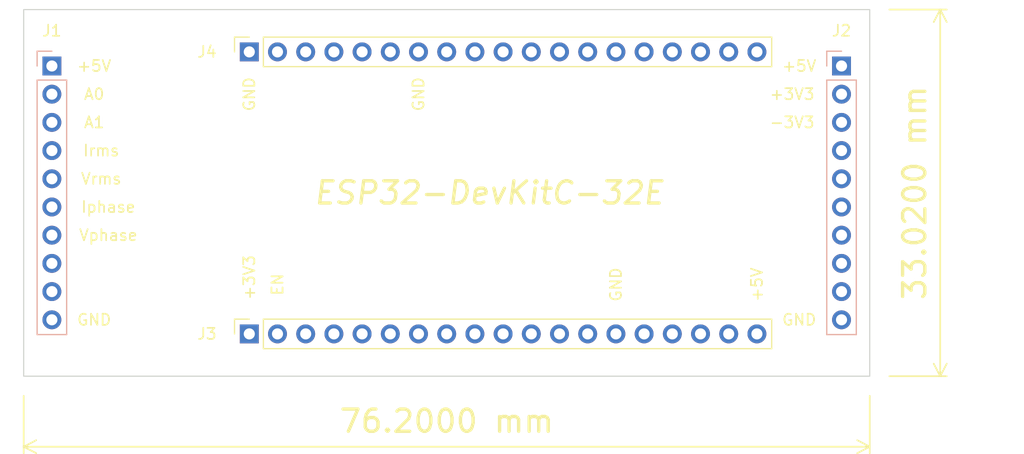
<source format=kicad_pcb>
(kicad_pcb (version 20211014) (generator pcbnew)
  (layers (0 "F.Cu" signal) (31 "B.Cu" signal) (34 "B.Paste" user) (35 "F.Paste" user) (36 "B.SilkS" user "B.Silkscreen") (37 "F.SilkS" user "F.Silkscreen") (38 "B.Mask" user) (39 "F.Mask" user) (44 "Edge.Cuts" user))
  (net 0 "")
  (net 1 "+5V")
  (net 2 "A0")
  (net 3 "A1")
  (net 4 "Irms")
  (net 5 "Vrms")
  (net 6 "Iphase")
  (net 7 "Vphase")
  (net 10 "GND")
  (net 11 "+3V3")
  (net 12 "-3V3")
  (footprint "Connector_PinSocket_2.54mm:PinSocket_1x19_P2.54mm_Vertical" (layer "F.Cu") (at 121.92 115.57 90)
    (fp_text reference "J3" (at 0 -3.81 180) (layer "F.SilkS"))
    (fp_text value "Conn_01x19")
    (fp_line (start -1.33 47.05) (end 1.33 47.05) (layer "F.SilkS") (width 0.12))
    (fp_line (start -1.33 1.27) (end -1.33 47.05) (layer "F.SilkS") (width 0.12))
    (fp_line (start -1.33 1.27) (end 1.33 1.27) (layer "F.SilkS") (width 0.12))
    (fp_line (start 0 -1.33) (end 1.33 -1.33) (layer "F.SilkS") (width 0.12))
    (fp_line (start 1.33 -1.33) (end 1.33 0) (layer "F.SilkS") (width 0.12))
    (fp_line (start 1.33 1.27) (end 1.33 47.05) (layer "F.SilkS") (width 0.12))
    (pad "1" thru_hole rect (at 0 0 90) (size 1.7 1.7) (drill 1) (layers *.Cu *.Mask))
    (pad "2" thru_hole oval (at 0 2.54 90) (size 1.7 1.7) (drill 1) (layers *.Cu *.Mask))
    (pad "3" thru_hole oval (at 0 5.08 90) (size 1.7 1.7) (drill 1) (layers *.Cu *.Mask))
    (pad "4" thru_hole oval (at 0 7.62 90) (size 1.7 1.7) (drill 1) (layers *.Cu *.Mask))
    (pad "5" thru_hole oval (at 0 10.16 90) (size 1.7 1.7) (drill 1) (layers *.Cu *.Mask))
    (pad "6" thru_hole oval (at 0 12.7 90) (size 1.7 1.7) (drill 1) (layers *.Cu *.Mask))
    (pad "7" thru_hole oval (at 0 15.24 90) (size 1.7 1.7) (drill 1) (layers *.Cu *.Mask))
    (pad "8" thru_hole oval (at 0 17.78 90) (size 1.7 1.7) (drill 1) (layers *.Cu *.Mask))
    (pad "9" thru_hole oval (at 0 20.32 90) (size 1.7 1.7) (drill 1) (layers *.Cu *.Mask))
    (pad "10" thru_hole oval (at 0 22.86 90) (size 1.7 1.7) (drill 1) (layers *.Cu *.Mask))
    (pad "11" thru_hole oval (at 0 25.4 90) (size 1.7 1.7) (drill 1) (layers *.Cu *.Mask))
    (pad "12" thru_hole oval (at 0 27.94 90) (size 1.7 1.7) (drill 1) (layers *.Cu *.Mask))
    (pad "13" thru_hole oval (at 0 30.48 90) (size 1.7 1.7) (drill 1) (layers *.Cu *.Mask))
    (pad "14" thru_hole oval (at 0 33.02 90) (size 1.7 1.7) (drill 1) (layers *.Cu *.Mask))
    (pad "15" thru_hole oval (at 0 35.56 90) (size 1.7 1.7) (drill 1) (layers *.Cu *.Mask))
    (pad "16" thru_hole oval (at 0 38.1 90) (size 1.7 1.7) (drill 1) (layers *.Cu *.Mask))
    (pad "17" thru_hole oval (at 0 40.64 90) (size 1.7 1.7) (drill 1) (layers *.Cu *.Mask))
    (pad "18" thru_hole oval (at 0 43.18 90) (size 1.7 1.7) (drill 1) (layers *.Cu *.Mask))
    (pad "19" thru_hole oval (at 0 45.72 90) (size 1.7 1.7) (drill 1) (layers *.Cu *.Mask))
  )
  (footprint "Connector_PinSocket_2.54mm:PinSocket_1x19_P2.54mm_Vertical" (layer "F.Cu") (at 121.92 90.17 90)
    (fp_text reference "J4" (at 0 -3.81 180) (layer "F.SilkS"))
    (fp_text value "Conn_01x19")
    (fp_line (start -1.33 47.05) (end 1.33 47.05) (layer "F.SilkS") (width 0.12))
    (fp_line (start 0 -1.33) (end 1.33 -1.33) (layer "F.SilkS") (width 0.12))
    (fp_line (start 1.33 -1.33) (end 1.33 0) (layer "F.SilkS") (width 0.12))
    (fp_line (start 1.33 1.27) (end 1.33 47.05) (layer "F.SilkS") (width 0.12))
    (fp_line (start -1.33 1.27) (end 1.33 1.27) (layer "F.SilkS") (width 0.12))
    (fp_line (start -1.33 1.27) (end -1.33 47.05) (layer "F.SilkS") (width 0.12))
    (pad "1" thru_hole rect (at 0 0 90) (size 1.7 1.7) (drill 1) (layers *.Cu *.Mask))
    (pad "2" thru_hole oval (at 0 2.54 90) (size 1.7 1.7) (drill 1) (layers *.Cu *.Mask))
    (pad "3" thru_hole oval (at 0 5.08 90) (size 1.7 1.7) (drill 1) (layers *.Cu *.Mask))
    (pad "4" thru_hole oval (at 0 7.62 90) (size 1.7 1.7) (drill 1) (layers *.Cu *.Mask))
    (pad "5" thru_hole oval (at 0 10.16 90) (size 1.7 1.7) (drill 1) (layers *.Cu *.Mask))
    (pad "6" thru_hole oval (at 0 12.7 90) (size 1.7 1.7) (drill 1) (layers *.Cu *.Mask))
    (pad "7" thru_hole oval (at 0 15.24 90) (size 1.7 1.7) (drill 1) (layers *.Cu *.Mask))
    (pad "8" thru_hole oval (at 0 17.78 90) (size 1.7 1.7) (drill 1) (layers *.Cu *.Mask))
    (pad "9" thru_hole oval (at 0 20.32 90) (size 1.7 1.7) (drill 1) (layers *.Cu *.Mask))
    (pad "10" thru_hole oval (at 0 22.86 90) (size 1.7 1.7) (drill 1) (layers *.Cu *.Mask))
    (pad "11" thru_hole oval (at 0 25.4 90) (size 1.7 1.7) (drill 1) (layers *.Cu *.Mask))
    (pad "12" thru_hole oval (at 0 27.94 90) (size 1.7 1.7) (drill 1) (layers *.Cu *.Mask))
    (pad "13" thru_hole oval (at 0 30.48 90) (size 1.7 1.7) (drill 1) (layers *.Cu *.Mask))
    (pad "14" thru_hole oval (at 0 33.02 90) (size 1.7 1.7) (drill 1) (layers *.Cu *.Mask))
    (pad "15" thru_hole oval (at 0 35.56 90) (size 1.7 1.7) (drill 1) (layers *.Cu *.Mask))
    (pad "16" thru_hole oval (at 0 38.1 90) (size 1.7 1.7) (drill 1) (layers *.Cu *.Mask))
    (pad "17" thru_hole oval (at 0 40.64 90) (size 1.7 1.7) (drill 1) (layers *.Cu *.Mask))
    (pad "18" thru_hole oval (at 0 43.18 90) (size 1.7 1.7) (drill 1) (layers *.Cu *.Mask))
    (pad "19" thru_hole oval (at 0 45.72 90) (size 1.7 1.7) (drill 1) (layers *.Cu *.Mask))
  )
  (footprint "Connector_PinSocket_2.54mm:PinSocket_1x10_P2.54mm_Vertical" (layer "B.Cu") (at 175.26 91.44 180)
    (fp_text reference "J2" (at 0 3.175) (layer "F.SilkS"))
    (fp_text value "Conn_01x10")
    (fp_line (start -1.33 -24.19) (end 1.33 -24.19) (layer "B.SilkS") (width 0.12))
    (fp_line (start 1.33 1.33) (end 1.33 0) (layer "B.SilkS") (width 0.12))
    (fp_line (start -1.33 -1.27) (end 1.33 -1.27) (layer "B.SilkS") (width 0.12))
    (fp_line (start 1.33 -1.27) (end 1.33 -24.19) (layer "B.SilkS") (width 0.12))
    (fp_line (start 0 1.33) (end 1.33 1.33) (layer "B.SilkS") (width 0.12))
    (fp_line (start -1.33 -1.27) (end -1.33 -24.19) (layer "B.SilkS") (width 0.12))
    (pad "1" thru_hole rect (at 0 0 180) (size 1.7 1.7) (drill 1) (layers *.Cu *.Mask) (net 1 "+5V"))
    (pad "2" thru_hole oval (at 0 -2.54 180) (size 1.7 1.7) (drill 1) (layers *.Cu *.Mask) (net 11 "+3V3"))
    (pad "3" thru_hole oval (at 0 -5.08 180) (size 1.7 1.7) (drill 1) (layers *.Cu *.Mask) (net 12 "-3V3"))
    (pad "4" thru_hole oval (at 0 -7.62 180) (size 1.7 1.7) (drill 1) (layers *.Cu *.Mask))
    (pad "5" thru_hole oval (at 0 -10.16 180) (size 1.7 1.7) (drill 1) (layers *.Cu *.Mask))
    (pad "6" thru_hole oval (at 0 -12.7 180) (size 1.7 1.7) (drill 1) (layers *.Cu *.Mask))
    (pad "7" thru_hole oval (at 0 -15.24 180) (size 1.7 1.7) (drill 1) (layers *.Cu *.Mask))
    (pad "8" thru_hole oval (at 0 -17.78 180) (size 1.7 1.7) (drill 1) (layers *.Cu *.Mask))
    (pad "9" thru_hole oval (at 0 -20.32 180) (size 1.7 1.7) (drill 1) (layers *.Cu *.Mask))
    (pad "10" thru_hole oval (at 0 -22.86 180) (size 1.7 1.7) (drill 1) (layers *.Cu *.Mask) (net 10 "GND"))
  )
  (footprint "Connector_PinSocket_2.54mm:PinSocket_1x10_P2.54mm_Vertical" (layer "B.Cu") (at 104.14 91.44 180)
    (fp_text reference "J1" (at 0 3.175) (layer "F.SilkS"))
    (fp_text value "Conn_01x10")
    (fp_line (start 0 1.33) (end 1.33 1.33) (layer "B.SilkS") (width 0.12))
    (fp_line (start 1.33 1.33) (end 1.33 0) (layer "B.SilkS") (width 0.12))
    (fp_line (start -1.33 -24.19) (end 1.33 -24.19) (layer "B.SilkS") (width 0.12))
    (fp_line (start 1.33 -1.27) (end 1.33 -24.19) (layer "B.SilkS") (width 0.12))
    (fp_line (start -1.33 -1.27) (end 1.33 -1.27) (layer "B.SilkS") (width 0.12))
    (fp_line (start -1.33 -1.27) (end -1.33 -24.19) (layer "B.SilkS") (width 0.12))
    (pad "1" thru_hole rect (at 0 0 180) (size 1.7 1.7) (drill 1) (layers *.Cu *.Mask) (net 1 "+5V"))
    (pad "2" thru_hole oval (at 0 -2.54 180) (size 1.7 1.7) (drill 1) (layers *.Cu *.Mask) (net 2 "A0"))
    (pad "3" thru_hole oval (at 0 -5.08 180) (size 1.7 1.7) (drill 1) (layers *.Cu *.Mask) (net 3 "A1"))
    (pad "4" thru_hole oval (at 0 -7.62 180) (size 1.7 1.7) (drill 1) (layers *.Cu *.Mask) (net 4 "Irms"))
    (pad "5" thru_hole oval (at 0 -10.16 180) (size 1.7 1.7) (drill 1) (layers *.Cu *.Mask) (net 5 "Vrms"))
    (pad "6" thru_hole oval (at 0 -12.7 180) (size 1.7 1.7) (drill 1) (layers *.Cu *.Mask) (net 6 "Iphase"))
    (pad "7" thru_hole oval (at 0 -15.24 180) (size 1.7 1.7) (drill 1) (layers *.Cu *.Mask) (net 7 "Vphase"))
    (pad "8" thru_hole oval (at 0 -17.78 180) (size 1.7 1.7) (drill 1) (layers *.Cu *.Mask))
    (pad "9" thru_hole oval (at 0 -20.32 180) (size 1.7 1.7) (drill 1) (layers *.Cu *.Mask))
    (pad "10" thru_hole oval (at 0 -22.86 180) (size 1.7 1.7) (drill 1) (layers *.Cu *.Mask) (net 10 "GND"))
  )
  (gr_rect (start 101.6 86.36) (end 177.8 119.38) (layer "Edge.Cuts") (width 0.1) (fill none))
  (gr_text "+5V" (at 171.45 91.44) (layer "F.SilkS") (effects (font (size 1 1))))
  (gr_text "+3V3" (at 170.815 93.98) (layer "F.SilkS") (effects (font (size 1 1))))
  (gr_text "Vrms" (at 108.585 101.6) (layer "F.SilkS") (effects (font (size 1 1))))
  (gr_text "+3V3" (at 121.92 110.49 -270) (layer "F.SilkS") (effects (font (size 1 1))))
  (gr_text "A0" (at 107.95 93.98) (layer "F.SilkS") (effects (font (size 1 1))))
  (gr_text "GND" (at 154.94 111.125 90) (layer "F.SilkS") (effects (font (size 1 1))))
  (gr_text "-3V3" (at 170.815 96.52) (layer "F.SilkS") (effects (font (size 1 1))))
  (gr_text "GND" (at 107.95 114.3) (layer "F.SilkS") (effects (font (size 1 1))))
  (gr_text "Vphase" (at 109.22 106.68) (layer "F.SilkS") (effects (font (size 1 1))))
  (gr_text "GND" (at 137.16 93.98 90) (layer "F.SilkS") (effects (font (size 1 1))))
  (gr_text "EN" (at 124.46 111.125 90) (layer "F.SilkS") (effects (font (size 1 1))))
  (gr_text "Irms" (at 108.585 99.06) (layer "F.SilkS") (effects (font (size 1 1))))
  (gr_text "A1" (at 107.95 96.52) (layer "F.SilkS") (effects (font (size 1 1))))
  (gr_text "+5V" (at 107.95 91.44) (layer "F.SilkS") (effects (font (size 1 1))))
  (gr_text "Iphase" (at 109.22 104.14) (layer "F.SilkS") (effects (font (size 1 1))))
  (gr_text "GND" (at 171.45 114.3) (layer "F.SilkS") (effects (font (size 1 1))))
  (gr_text "ESP32-DevKitC-32E" (at 143.51 102.87) (layer "F.SilkS") (effects (font (size 2 2) (thickness 0.3) italic)))
  (gr_text "+5V" (at 167.64 111.125 90) (layer "F.SilkS") (effects (font (size 1 1))))
  (gr_text "GND" (at 121.92 93.98 90) (layer "F.SilkS") (effects (font (size 1 1))))
  (dimension (type aligned) (layer "F.SilkS") (pts (xy 179.07 86.36) (xy 179.07 119.38)) (height -5.08) (gr_text "33,0200 mm" (at 181.85 102.87 90) (layer "F.SilkS") (effects (font (size 2 2) (thickness 0.3)))) (format (units 3) (units_format 1) (precision 4)) (style (thickness 0.15) (arrow_length 1.27) (text_position_mode 0) (extension_height 0.58642) (extension_offset 0.5) keep_text_aligned))
  (dimension (type aligned) (layer "F.SilkS") (pts (xy 101.6 120.65) (xy 177.8 120.65)) (height 5.08) (gr_text "76,2000 mm" (at 139.7 123.43) (layer "F.SilkS") (effects (font (size 2 2) (thickness 0.3)))) (format (units 3) (units_format 1) (precision 4)) (style (thickness 0.15) (arrow_length 1.27) (text_position_mode 0) (extension_height 0.58642) (extension_offset 0.5) keep_text_aligned))
)
</source>
